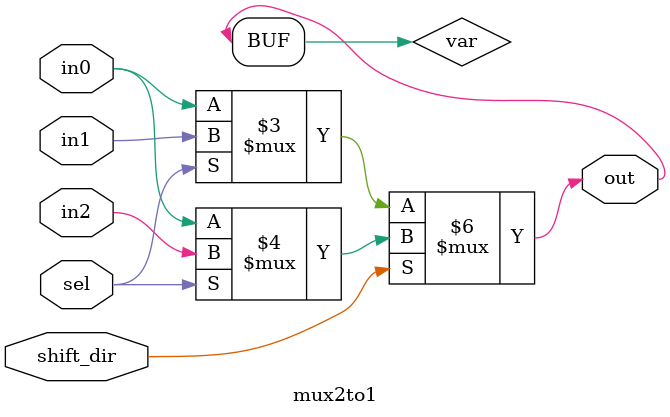
<source format=v>
`timescale 1ns / 1ps
module mux2to1(
input in0,in1,in2,
input sel,
input shift_dir,

output out);
	reg var;
	
	always @( * )
	begin
		if ( shift_dir == 0)
			 var=(sel)?in1:in0;
		else
			 var=(sel)?in2:in0;
	end
	assign out = var;
endmodule

</source>
